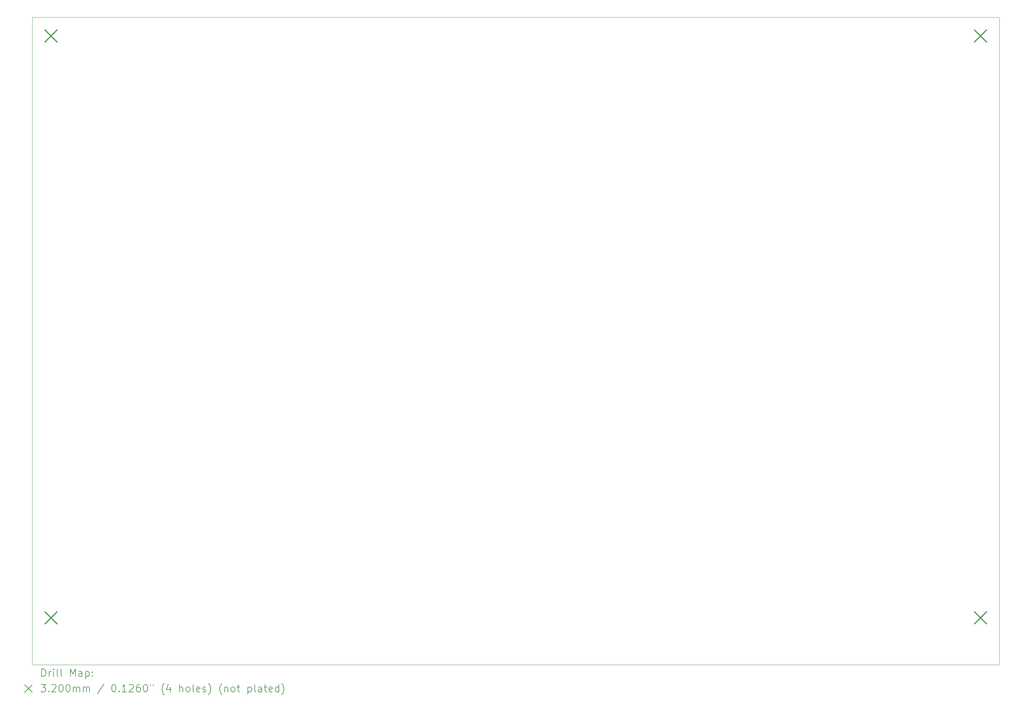
<source format=gbr>
%FSLAX45Y45*%
G04 Gerber Fmt 4.5, Leading zero omitted, Abs format (unit mm)*
G04 Created by KiCad (PCBNEW (6.0.4)) date 2022-04-26 08:41:30*
%MOMM*%
%LPD*%
G01*
G04 APERTURE LIST*
%TA.AperFunction,Profile*%
%ADD10C,0.100000*%
%TD*%
%ADD11C,0.200000*%
%ADD12C,0.320000*%
G04 APERTURE END LIST*
D10*
X28956000Y-2032000D02*
X28956000Y-19558000D01*
X2794000Y-2032000D02*
X28956000Y-2032000D01*
X2794000Y-19558000D02*
X2794000Y-2032000D01*
X28956000Y-19558000D02*
X2794000Y-19558000D01*
X28956000Y-18034000D02*
X28956000Y-18034000D01*
D11*
D12*
X3142000Y-2380000D02*
X3462000Y-2700000D01*
X3462000Y-2380000D02*
X3142000Y-2700000D01*
X3142000Y-18128000D02*
X3462000Y-18448000D01*
X3462000Y-18128000D02*
X3142000Y-18448000D01*
X28288000Y-2380000D02*
X28608000Y-2700000D01*
X28608000Y-2380000D02*
X28288000Y-2700000D01*
X28288000Y-18128000D02*
X28608000Y-18448000D01*
X28608000Y-18128000D02*
X28288000Y-18448000D01*
D11*
X3046619Y-19873476D02*
X3046619Y-19673476D01*
X3094238Y-19673476D01*
X3122809Y-19683000D01*
X3141857Y-19702048D01*
X3151381Y-19721095D01*
X3160905Y-19759190D01*
X3160905Y-19787762D01*
X3151381Y-19825857D01*
X3141857Y-19844905D01*
X3122809Y-19863952D01*
X3094238Y-19873476D01*
X3046619Y-19873476D01*
X3246619Y-19873476D02*
X3246619Y-19740143D01*
X3246619Y-19778238D02*
X3256143Y-19759190D01*
X3265667Y-19749667D01*
X3284714Y-19740143D01*
X3303762Y-19740143D01*
X3370428Y-19873476D02*
X3370428Y-19740143D01*
X3370428Y-19673476D02*
X3360905Y-19683000D01*
X3370428Y-19692524D01*
X3379952Y-19683000D01*
X3370428Y-19673476D01*
X3370428Y-19692524D01*
X3494238Y-19873476D02*
X3475190Y-19863952D01*
X3465667Y-19844905D01*
X3465667Y-19673476D01*
X3599000Y-19873476D02*
X3579952Y-19863952D01*
X3570428Y-19844905D01*
X3570428Y-19673476D01*
X3827571Y-19873476D02*
X3827571Y-19673476D01*
X3894238Y-19816333D01*
X3960905Y-19673476D01*
X3960905Y-19873476D01*
X4141857Y-19873476D02*
X4141857Y-19768714D01*
X4132333Y-19749667D01*
X4113286Y-19740143D01*
X4075190Y-19740143D01*
X4056143Y-19749667D01*
X4141857Y-19863952D02*
X4122809Y-19873476D01*
X4075190Y-19873476D01*
X4056143Y-19863952D01*
X4046619Y-19844905D01*
X4046619Y-19825857D01*
X4056143Y-19806810D01*
X4075190Y-19797286D01*
X4122809Y-19797286D01*
X4141857Y-19787762D01*
X4237095Y-19740143D02*
X4237095Y-19940143D01*
X4237095Y-19749667D02*
X4256143Y-19740143D01*
X4294238Y-19740143D01*
X4313286Y-19749667D01*
X4322810Y-19759190D01*
X4332333Y-19778238D01*
X4332333Y-19835381D01*
X4322810Y-19854429D01*
X4313286Y-19863952D01*
X4294238Y-19873476D01*
X4256143Y-19873476D01*
X4237095Y-19863952D01*
X4418048Y-19854429D02*
X4427571Y-19863952D01*
X4418048Y-19873476D01*
X4408524Y-19863952D01*
X4418048Y-19854429D01*
X4418048Y-19873476D01*
X4418048Y-19749667D02*
X4427571Y-19759190D01*
X4418048Y-19768714D01*
X4408524Y-19759190D01*
X4418048Y-19749667D01*
X4418048Y-19768714D01*
X2589000Y-20103000D02*
X2789000Y-20303000D01*
X2789000Y-20103000D02*
X2589000Y-20303000D01*
X3027571Y-20093476D02*
X3151381Y-20093476D01*
X3084714Y-20169667D01*
X3113286Y-20169667D01*
X3132333Y-20179190D01*
X3141857Y-20188714D01*
X3151381Y-20207762D01*
X3151381Y-20255381D01*
X3141857Y-20274429D01*
X3132333Y-20283952D01*
X3113286Y-20293476D01*
X3056143Y-20293476D01*
X3037095Y-20283952D01*
X3027571Y-20274429D01*
X3237095Y-20274429D02*
X3246619Y-20283952D01*
X3237095Y-20293476D01*
X3227571Y-20283952D01*
X3237095Y-20274429D01*
X3237095Y-20293476D01*
X3322809Y-20112524D02*
X3332333Y-20103000D01*
X3351381Y-20093476D01*
X3399000Y-20093476D01*
X3418048Y-20103000D01*
X3427571Y-20112524D01*
X3437095Y-20131571D01*
X3437095Y-20150619D01*
X3427571Y-20179190D01*
X3313286Y-20293476D01*
X3437095Y-20293476D01*
X3560905Y-20093476D02*
X3579952Y-20093476D01*
X3599000Y-20103000D01*
X3608524Y-20112524D01*
X3618048Y-20131571D01*
X3627571Y-20169667D01*
X3627571Y-20217286D01*
X3618048Y-20255381D01*
X3608524Y-20274429D01*
X3599000Y-20283952D01*
X3579952Y-20293476D01*
X3560905Y-20293476D01*
X3541857Y-20283952D01*
X3532333Y-20274429D01*
X3522809Y-20255381D01*
X3513286Y-20217286D01*
X3513286Y-20169667D01*
X3522809Y-20131571D01*
X3532333Y-20112524D01*
X3541857Y-20103000D01*
X3560905Y-20093476D01*
X3751381Y-20093476D02*
X3770428Y-20093476D01*
X3789476Y-20103000D01*
X3799000Y-20112524D01*
X3808524Y-20131571D01*
X3818048Y-20169667D01*
X3818048Y-20217286D01*
X3808524Y-20255381D01*
X3799000Y-20274429D01*
X3789476Y-20283952D01*
X3770428Y-20293476D01*
X3751381Y-20293476D01*
X3732333Y-20283952D01*
X3722809Y-20274429D01*
X3713286Y-20255381D01*
X3703762Y-20217286D01*
X3703762Y-20169667D01*
X3713286Y-20131571D01*
X3722809Y-20112524D01*
X3732333Y-20103000D01*
X3751381Y-20093476D01*
X3903762Y-20293476D02*
X3903762Y-20160143D01*
X3903762Y-20179190D02*
X3913286Y-20169667D01*
X3932333Y-20160143D01*
X3960905Y-20160143D01*
X3979952Y-20169667D01*
X3989476Y-20188714D01*
X3989476Y-20293476D01*
X3989476Y-20188714D02*
X3999000Y-20169667D01*
X4018048Y-20160143D01*
X4046619Y-20160143D01*
X4065667Y-20169667D01*
X4075190Y-20188714D01*
X4075190Y-20293476D01*
X4170428Y-20293476D02*
X4170428Y-20160143D01*
X4170428Y-20179190D02*
X4179952Y-20169667D01*
X4199000Y-20160143D01*
X4227571Y-20160143D01*
X4246619Y-20169667D01*
X4256143Y-20188714D01*
X4256143Y-20293476D01*
X4256143Y-20188714D02*
X4265667Y-20169667D01*
X4284714Y-20160143D01*
X4313286Y-20160143D01*
X4332333Y-20169667D01*
X4341857Y-20188714D01*
X4341857Y-20293476D01*
X4732333Y-20083952D02*
X4560905Y-20341095D01*
X4989476Y-20093476D02*
X5008524Y-20093476D01*
X5027571Y-20103000D01*
X5037095Y-20112524D01*
X5046619Y-20131571D01*
X5056143Y-20169667D01*
X5056143Y-20217286D01*
X5046619Y-20255381D01*
X5037095Y-20274429D01*
X5027571Y-20283952D01*
X5008524Y-20293476D01*
X4989476Y-20293476D01*
X4970429Y-20283952D01*
X4960905Y-20274429D01*
X4951381Y-20255381D01*
X4941857Y-20217286D01*
X4941857Y-20169667D01*
X4951381Y-20131571D01*
X4960905Y-20112524D01*
X4970429Y-20103000D01*
X4989476Y-20093476D01*
X5141857Y-20274429D02*
X5151381Y-20283952D01*
X5141857Y-20293476D01*
X5132333Y-20283952D01*
X5141857Y-20274429D01*
X5141857Y-20293476D01*
X5341857Y-20293476D02*
X5227571Y-20293476D01*
X5284714Y-20293476D02*
X5284714Y-20093476D01*
X5265667Y-20122048D01*
X5246619Y-20141095D01*
X5227571Y-20150619D01*
X5418048Y-20112524D02*
X5427571Y-20103000D01*
X5446619Y-20093476D01*
X5494238Y-20093476D01*
X5513286Y-20103000D01*
X5522810Y-20112524D01*
X5532333Y-20131571D01*
X5532333Y-20150619D01*
X5522810Y-20179190D01*
X5408524Y-20293476D01*
X5532333Y-20293476D01*
X5703762Y-20093476D02*
X5665667Y-20093476D01*
X5646619Y-20103000D01*
X5637095Y-20112524D01*
X5618048Y-20141095D01*
X5608524Y-20179190D01*
X5608524Y-20255381D01*
X5618048Y-20274429D01*
X5627571Y-20283952D01*
X5646619Y-20293476D01*
X5684714Y-20293476D01*
X5703762Y-20283952D01*
X5713286Y-20274429D01*
X5722809Y-20255381D01*
X5722809Y-20207762D01*
X5713286Y-20188714D01*
X5703762Y-20179190D01*
X5684714Y-20169667D01*
X5646619Y-20169667D01*
X5627571Y-20179190D01*
X5618048Y-20188714D01*
X5608524Y-20207762D01*
X5846619Y-20093476D02*
X5865667Y-20093476D01*
X5884714Y-20103000D01*
X5894238Y-20112524D01*
X5903762Y-20131571D01*
X5913286Y-20169667D01*
X5913286Y-20217286D01*
X5903762Y-20255381D01*
X5894238Y-20274429D01*
X5884714Y-20283952D01*
X5865667Y-20293476D01*
X5846619Y-20293476D01*
X5827571Y-20283952D01*
X5818048Y-20274429D01*
X5808524Y-20255381D01*
X5799000Y-20217286D01*
X5799000Y-20169667D01*
X5808524Y-20131571D01*
X5818048Y-20112524D01*
X5827571Y-20103000D01*
X5846619Y-20093476D01*
X5989476Y-20093476D02*
X5989476Y-20131571D01*
X6065667Y-20093476D02*
X6065667Y-20131571D01*
X6360905Y-20369667D02*
X6351381Y-20360143D01*
X6332333Y-20331571D01*
X6322809Y-20312524D01*
X6313286Y-20283952D01*
X6303762Y-20236333D01*
X6303762Y-20198238D01*
X6313286Y-20150619D01*
X6322809Y-20122048D01*
X6332333Y-20103000D01*
X6351381Y-20074429D01*
X6360905Y-20064905D01*
X6522809Y-20160143D02*
X6522809Y-20293476D01*
X6475190Y-20083952D02*
X6427571Y-20226810D01*
X6551381Y-20226810D01*
X6779952Y-20293476D02*
X6779952Y-20093476D01*
X6865667Y-20293476D02*
X6865667Y-20188714D01*
X6856143Y-20169667D01*
X6837095Y-20160143D01*
X6808524Y-20160143D01*
X6789476Y-20169667D01*
X6779952Y-20179190D01*
X6989476Y-20293476D02*
X6970428Y-20283952D01*
X6960905Y-20274429D01*
X6951381Y-20255381D01*
X6951381Y-20198238D01*
X6960905Y-20179190D01*
X6970428Y-20169667D01*
X6989476Y-20160143D01*
X7018048Y-20160143D01*
X7037095Y-20169667D01*
X7046619Y-20179190D01*
X7056143Y-20198238D01*
X7056143Y-20255381D01*
X7046619Y-20274429D01*
X7037095Y-20283952D01*
X7018048Y-20293476D01*
X6989476Y-20293476D01*
X7170428Y-20293476D02*
X7151381Y-20283952D01*
X7141857Y-20264905D01*
X7141857Y-20093476D01*
X7322809Y-20283952D02*
X7303762Y-20293476D01*
X7265667Y-20293476D01*
X7246619Y-20283952D01*
X7237095Y-20264905D01*
X7237095Y-20188714D01*
X7246619Y-20169667D01*
X7265667Y-20160143D01*
X7303762Y-20160143D01*
X7322809Y-20169667D01*
X7332333Y-20188714D01*
X7332333Y-20207762D01*
X7237095Y-20226810D01*
X7408524Y-20283952D02*
X7427571Y-20293476D01*
X7465667Y-20293476D01*
X7484714Y-20283952D01*
X7494238Y-20264905D01*
X7494238Y-20255381D01*
X7484714Y-20236333D01*
X7465667Y-20226810D01*
X7437095Y-20226810D01*
X7418048Y-20217286D01*
X7408524Y-20198238D01*
X7408524Y-20188714D01*
X7418048Y-20169667D01*
X7437095Y-20160143D01*
X7465667Y-20160143D01*
X7484714Y-20169667D01*
X7560905Y-20369667D02*
X7570428Y-20360143D01*
X7589476Y-20331571D01*
X7599000Y-20312524D01*
X7608524Y-20283952D01*
X7618048Y-20236333D01*
X7618048Y-20198238D01*
X7608524Y-20150619D01*
X7599000Y-20122048D01*
X7589476Y-20103000D01*
X7570428Y-20074429D01*
X7560905Y-20064905D01*
X7922809Y-20369667D02*
X7913286Y-20360143D01*
X7894238Y-20331571D01*
X7884714Y-20312524D01*
X7875190Y-20283952D01*
X7865667Y-20236333D01*
X7865667Y-20198238D01*
X7875190Y-20150619D01*
X7884714Y-20122048D01*
X7894238Y-20103000D01*
X7913286Y-20074429D01*
X7922809Y-20064905D01*
X7999000Y-20160143D02*
X7999000Y-20293476D01*
X7999000Y-20179190D02*
X8008524Y-20169667D01*
X8027571Y-20160143D01*
X8056143Y-20160143D01*
X8075190Y-20169667D01*
X8084714Y-20188714D01*
X8084714Y-20293476D01*
X8208524Y-20293476D02*
X8189476Y-20283952D01*
X8179952Y-20274429D01*
X8170428Y-20255381D01*
X8170428Y-20198238D01*
X8179952Y-20179190D01*
X8189476Y-20169667D01*
X8208524Y-20160143D01*
X8237095Y-20160143D01*
X8256143Y-20169667D01*
X8265667Y-20179190D01*
X8275190Y-20198238D01*
X8275190Y-20255381D01*
X8265667Y-20274429D01*
X8256143Y-20283952D01*
X8237095Y-20293476D01*
X8208524Y-20293476D01*
X8332333Y-20160143D02*
X8408524Y-20160143D01*
X8360905Y-20093476D02*
X8360905Y-20264905D01*
X8370428Y-20283952D01*
X8389476Y-20293476D01*
X8408524Y-20293476D01*
X8627571Y-20160143D02*
X8627571Y-20360143D01*
X8627571Y-20169667D02*
X8646619Y-20160143D01*
X8684714Y-20160143D01*
X8703762Y-20169667D01*
X8713286Y-20179190D01*
X8722810Y-20198238D01*
X8722810Y-20255381D01*
X8713286Y-20274429D01*
X8703762Y-20283952D01*
X8684714Y-20293476D01*
X8646619Y-20293476D01*
X8627571Y-20283952D01*
X8837095Y-20293476D02*
X8818048Y-20283952D01*
X8808524Y-20264905D01*
X8808524Y-20093476D01*
X8999000Y-20293476D02*
X8999000Y-20188714D01*
X8989476Y-20169667D01*
X8970429Y-20160143D01*
X8932333Y-20160143D01*
X8913286Y-20169667D01*
X8999000Y-20283952D02*
X8979952Y-20293476D01*
X8932333Y-20293476D01*
X8913286Y-20283952D01*
X8903762Y-20264905D01*
X8903762Y-20245857D01*
X8913286Y-20226810D01*
X8932333Y-20217286D01*
X8979952Y-20217286D01*
X8999000Y-20207762D01*
X9065667Y-20160143D02*
X9141857Y-20160143D01*
X9094238Y-20093476D02*
X9094238Y-20264905D01*
X9103762Y-20283952D01*
X9122810Y-20293476D01*
X9141857Y-20293476D01*
X9284714Y-20283952D02*
X9265667Y-20293476D01*
X9227571Y-20293476D01*
X9208524Y-20283952D01*
X9199000Y-20264905D01*
X9199000Y-20188714D01*
X9208524Y-20169667D01*
X9227571Y-20160143D01*
X9265667Y-20160143D01*
X9284714Y-20169667D01*
X9294238Y-20188714D01*
X9294238Y-20207762D01*
X9199000Y-20226810D01*
X9465667Y-20293476D02*
X9465667Y-20093476D01*
X9465667Y-20283952D02*
X9446619Y-20293476D01*
X9408524Y-20293476D01*
X9389476Y-20283952D01*
X9379952Y-20274429D01*
X9370429Y-20255381D01*
X9370429Y-20198238D01*
X9379952Y-20179190D01*
X9389476Y-20169667D01*
X9408524Y-20160143D01*
X9446619Y-20160143D01*
X9465667Y-20169667D01*
X9541857Y-20369667D02*
X9551381Y-20360143D01*
X9570429Y-20331571D01*
X9579952Y-20312524D01*
X9589476Y-20283952D01*
X9599000Y-20236333D01*
X9599000Y-20198238D01*
X9589476Y-20150619D01*
X9579952Y-20122048D01*
X9570429Y-20103000D01*
X9551381Y-20074429D01*
X9541857Y-20064905D01*
M02*

</source>
